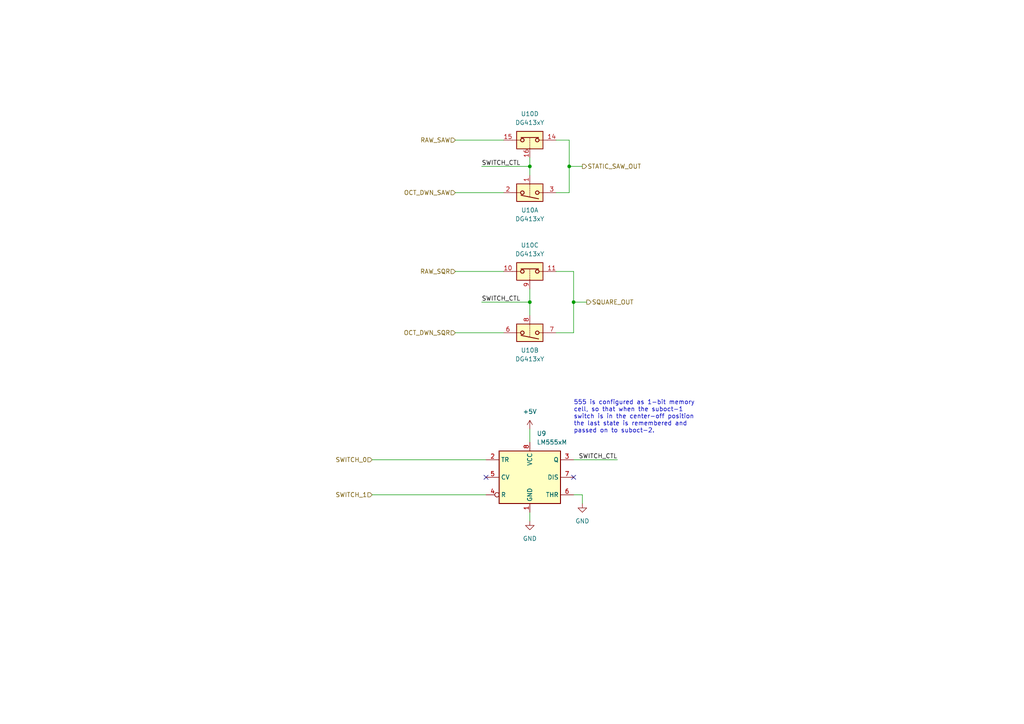
<source format=kicad_sch>
(kicad_sch (version 20211123) (generator eeschema)
  (paper "A4")
  (title_block (title "Josh Ox Ribon Synth Main VCO board") (date "2022-07-07") (rev "0.1") (comment 2 "creativecommons.org/licences/by/4.0") (comment 3 "license: CC by 4.0") (comment 4 "Author: Jordan Acete"))
  (lib_symbols
    (symbol "Analog_Switch:DG413xY" (pin_names (offset 0.254))
      (property "Reference" "U" (at -3.175 5.334 0))
      (property "Value" "DG413xY" (at -3.175 3.556 0))
      (symbol "DG413xY_1_1"
        (rectangle (start -3.81 2.54) (end 3.81 -2.54) (stroke (width 0.254)) (fill (type background)))
        (circle (center -2.159 0) (radius 0.508) (stroke (width 0.254)))
        (polyline (pts (xy -5.08 0) (xy -2.794 0)))
        (polyline (pts (xy -2.54 0.762) (xy 2.54 1.778)) (stroke (width 0.254)))
        (polyline (pts (xy 0 -2.54) (xy 0 -2.032)))
        (polyline (pts (xy 0 -1.778) (xy 0 -1.524)))
        (polyline (pts (xy 0 -1.27) (xy 0 -1.016)))
        (polyline (pts (xy 0 -0.762) (xy 0 -0.508)))
        (polyline (pts (xy 0 -0.254) (xy 0 0)))
        (polyline (pts (xy 0 0.254) (xy 0 0.508)))
        (polyline (pts (xy 0 0.762) (xy 0 1.016)))
        (polyline (pts (xy 5.08 0) (xy 2.794 0)))
        (circle (center 2.159 0) (radius 0.508) (stroke (width 0.254)))
        (pin input line (at 0 -5.08 90) (length 2.54) (name "~") (number "1"))
        (pin passive line (at -7.62 0 0) (length 2.54) (name "~") (number "2"))
        (pin passive line (at 7.62 0 180) (length 2.54) (name "~") (number "3"))
      )
      (symbol "DG413xY_2_1"
        (rectangle (start -3.81 2.54) (end 3.81 -2.54) (stroke (width 0.254)) (fill (type background)))
        (circle (center -2.159 0) (radius 0.508) (stroke (width 0.254)))
        (polyline (pts (xy -5.08 0) (xy -2.794 0)))
        (polyline (pts (xy -2.54 0.762) (xy 2.54 1.778)) (stroke (width 0.254)))
        (polyline (pts (xy 0 -2.54) (xy 0 -2.032)))
        (polyline (pts (xy 0 -1.778) (xy 0 -1.524)))
        (polyline (pts (xy 0 -1.27) (xy 0 -1.016)))
        (polyline (pts (xy 0 -0.762) (xy 0 -0.508)))
        (polyline (pts (xy 0 -0.254) (xy 0 0)))
        (polyline (pts (xy 0 0.254) (xy 0 0.508)))
        (polyline (pts (xy 0 0.762) (xy 0 1.016)))
        (polyline (pts (xy 5.08 0) (xy 2.794 0)))
        (circle (center 2.159 0) (radius 0.508) (stroke (width 0.254)))
        (pin passive line (at -7.62 0 0) (length 2.54) (name "~") (number "6"))
        (pin passive line (at 7.62 0 180) (length 2.54) (name "~") (number "7"))
        (pin input line (at 0 -5.08 90) (length 2.54) (name "~") (number "8"))
      )
      (symbol "DG413xY_3_1"
        (rectangle (start -3.81 2.54) (end 3.81 -2.54) (stroke (width 0.254)) (fill (type background)))
        (circle (center -2.159 0) (radius 0.508) (stroke (width 0.254)))
        (polyline (pts (xy -5.08 0) (xy -2.794 0)))
        (polyline (pts (xy -2.54 0.762) (xy 2.54 0.762)) (stroke (width 0.254)))
        (polyline (pts (xy 0 -2.54) (xy 0 -2.032)))
        (polyline (pts (xy 0 -1.778) (xy 0 -1.524)))
        (polyline (pts (xy 0 -1.27) (xy 0 -1.016)))
        (polyline (pts (xy 0 -0.762) (xy 0 -0.508)))
        (polyline (pts (xy 0 -0.254) (xy 0 0)))
        (polyline (pts (xy 0 0.254) (xy 0 0.508)))
        (polyline (pts (xy 5.08 0) (xy 2.794 0)))
        (circle (center 2.159 0) (radius 0.508) (stroke (width 0.254)))
        (pin passive line (at -7.62 0 0) (length 2.54) (name "~") (number "10"))
        (pin passive line (at 7.62 0 180) (length 2.54) (name "~") (number "11"))
        (pin input line (at 0 -5.08 90) (length 2.54) (name "~") (number "9"))
      )
      (symbol "DG413xY_4_1"
        (rectangle (start -3.81 2.54) (end 3.81 -2.54) (stroke (width 0.254)) (fill (type background)))
        (circle (center -2.159 0) (radius 0.508) (stroke (width 0.254)))
        (polyline (pts (xy -5.08 0) (xy -2.794 0)))
        (polyline (pts (xy -2.54 0.762) (xy 2.54 0.762)) (stroke (width 0.254)))
        (polyline (pts (xy 0 -2.54) (xy 0 -2.032)))
        (polyline (pts (xy 0 -1.778) (xy 0 -1.524)))
        (polyline (pts (xy 0 -1.27) (xy 0 -1.016)))
        (polyline (pts (xy 0 -0.762) (xy 0 -0.508)))
        (polyline (pts (xy 0 -0.254) (xy 0 0)))
        (polyline (pts (xy 0 0.254) (xy 0 0.508)))
        (polyline (pts (xy 5.08 0) (xy 2.794 0)))
        (circle (center 2.159 0) (radius 0.508) (stroke (width 0.254)))
        (pin passive line (at 7.62 0 180) (length 2.54) (name "~") (number "14"))
        (pin passive line (at -7.62 0 0) (length 2.54) (name "~") (number "15"))
        (pin input line (at 0 -5.08 90) (length 2.54) (name "~") (number "16"))
      )
      (symbol "DG413xY_5_0"
        (pin power_in line (at 2.54 12.7 270) (length 2.54) (name "VL") (number "12"))
        (pin power_in line (at 0 12.7 270) (length 2.54) (name "V+") (number "13"))
        (pin power_in line (at 2.54 -12.7 90) (length 2.54) (name "V-") (number "4"))
        (pin power_in line (at 0 -12.7 90) (length 2.54) (name "GND") (number "5"))
      )
      (symbol "DG413xY_5_1"
        (rectangle (start -3.81 10.16) (end 6.35 -10.16) (stroke (width 0.254)) (fill (type background)))
      )
    )
    (symbol "Timer:LM555xM"
      (property "Reference" "U" (at -10.16 8.89 0))
      (property "Value" "LM555xM" (at 2.54 8.89 0))
      (symbol "LM555xM_0_0"
        (pin power_in line (at 0 -10.16 90) (length 2.54) (name "GND") (number "1"))
        (pin power_in line (at 0 10.16 270) (length 2.54) (name "VCC") (number "8"))
      )
      (symbol "LM555xM_0_1"
        (rectangle (start -8.89 -7.62) (end 8.89 7.62) (stroke (width 0.254)) (fill (type background)))
        (rectangle (start -8.89 -7.62) (end 8.89 7.62) (stroke (width 0.254)) (fill (type background)))
      )
      (symbol "LM555xM_1_1"
        (pin input line (at -12.7 5.08 0) (length 3.81) (name "TR") (number "2"))
        (pin output line (at 12.7 5.08 180) (length 3.81) (name "Q") (number "3"))
        (pin input inverted (at -12.7 -5.08 0) (length 3.81) (name "R") (number "4"))
        (pin input line (at -12.7 0 0) (length 3.81) (name "CV") (number "5"))
        (pin input line (at 12.7 -5.08 180) (length 3.81) (name "THR") (number "6"))
        (pin input line (at 12.7 0 180) (length 3.81) (name "DIS") (number "7"))
      )
    )
    (symbol "power:+5V" (power) (pin_names (offset 0))
      (property "Value" "+5V" (at 0 3.556 0))
      (symbol "+5V_0_1"
        (polyline (pts (xy -0.762 1.27) (xy 0 2.54)))
        (polyline (pts (xy 0 0) (xy 0 2.54)))
        (polyline (pts (xy 0 2.54) (xy 0.762 1.27)))
      )
      (symbol "+5V_1_1"
        (pin power_in line (at 0 0 90) (length 0) hide (name "+5V") (number "1"))
      )
    )
    (symbol "power:GND" (power) (pin_names (offset 0))
      (property "Value" "GND" (at 0 -3.81 0))
      (symbol "GND_0_1"
        (polyline (pts (xy 0 0) (xy 0 -1.27) (xy 1.27 -1.27) (xy 0 -2.54) (xy -1.27 -1.27) (xy 0 -1.27)))
      )
      (symbol "GND_1_1"
        (pin power_in line (at 0 0 270) (length 0) hide (name "GND") (number "1"))
      )
    )
  )
  (junction (at 166.37 87.63))
  (junction (at 153.67 48.26))
  (junction (at 165.1 48.26))
  (junction (at 153.67 87.63))
  (no_connect (at 166.37 138.43))
  (no_connect (at 140.97 138.43))
  (wire (pts (xy 139.7 87.63) (xy 153.67 87.63)))
  (wire (pts (xy 166.37 96.52) (xy 166.37 87.63)))
  (wire (pts (xy 107.95 143.51) (xy 140.97 143.51)))
  (wire (pts (xy 168.91 48.26) (xy 165.1 48.26)))
  (wire (pts (xy 132.08 40.64) (xy 146.05 40.64)))
  (wire (pts (xy 153.67 124.46) (xy 153.67 128.27)))
  (wire (pts (xy 161.29 55.88) (xy 165.1 55.88)))
  (wire (pts (xy 132.08 78.74) (xy 146.05 78.74)))
  (wire (pts (xy 168.91 143.51) (xy 168.91 146.05)))
  (wire (pts (xy 153.67 83.82) (xy 153.67 87.63)))
  (wire (pts (xy 153.67 45.72) (xy 153.67 48.26)))
  (wire (pts (xy 165.1 40.64) (xy 161.29 40.64)))
  (wire (pts (xy 132.08 55.88) (xy 146.05 55.88)))
  (wire (pts (xy 139.7 48.26) (xy 153.67 48.26)))
  (wire (pts (xy 153.67 48.26) (xy 153.67 50.8)))
  (wire (pts (xy 107.95 133.35) (xy 140.97 133.35)))
  (wire (pts (xy 165.1 48.26) (xy 165.1 40.64)))
  (wire (pts (xy 165.1 55.88) (xy 165.1 48.26)))
  (wire (pts (xy 166.37 87.63) (xy 166.37 78.74)))
  (wire (pts (xy 153.67 87.63) (xy 153.67 91.44)))
  (wire (pts (xy 166.37 87.63) (xy 170.18 87.63)))
  (wire (pts (xy 166.37 133.35) (xy 179.07 133.35)))
  (wire (pts (xy 153.67 148.59) (xy 153.67 151.13)))
  (wire (pts (xy 166.37 143.51) (xy 168.91 143.51)))
  (wire (pts (xy 166.37 78.74) (xy 161.29 78.74)))
  (wire (pts (xy 161.29 96.52) (xy 166.37 96.52)))
  (wire (pts (xy 146.05 96.52) (xy 132.08 96.52)))
  (text "555 is configured as 1-bit memory \ncell, so that when the suboct-1 \nswitch is in the center-off position\nthe last state is remembered and \npassed on to suboct-2." (at 166.37 125.73 0) (effects (font (size 1.27 1.27)) (justify left bottom)))
  (label "SWITCH_CTL" (at 139.7 87.63 0))
  (label "SWITCH_CTL" (at 139.7 48.26 0))
  (label "SWITCH_CTL" (at 179.07 133.35 180))
  (hierarchical_label "OCT_DWN_SQR" (shape input) (at 132.08 96.52 180))
  (hierarchical_label "STATIC_SAW_OUT" (shape output) (at 168.91 48.26 0))
  (hierarchical_label "SWITCH_1" (shape input) (at 107.95 143.51 180))
  (hierarchical_label "SWITCH_0" (shape input) (at 107.95 133.35 180))
  (hierarchical_label "RAW_SQR" (shape input) (at 132.08 78.74 180))
  (hierarchical_label "OCT_DWN_SAW" (shape input) (at 132.08 55.88 180))
  (hierarchical_label "RAW_SAW" (shape input) (at 132.08 40.64 180))
  (hierarchical_label "SQUARE_OUT" (shape output) (at 170.18 87.63 0))
  (symbol (lib_id "power:+5V") (at 153.67 124.46 0) (unit 1)
    (property "Reference" "#PWR01302" (effects hide))
    (property "Value" "+5V" (at 153.67 119.38 0))
  )
  (symbol (lib_id "Analog_Switch:DG413xY") (at 153.67 96.52 0) (mirror x) (unit 2)
    (property "Reference" "U10" (at 153.67 101.6 0))
    (property "Value" "DG413xY" (at 153.67 104.14 0))
    (property "Footprint" "Package_SO:SOIC-16_3.9x9.9mm_P1.27mm" (effects hide))
    (property "Datasheet" "https://datasheets.maximintegrated.com/en/ds/DG411-DG413.pdf" (effects hide))
  )
  (symbol (lib_id "Analog_Switch:DG413xY") (at 153.67 40.64 0) (unit 4)
    (property "Reference" "U10" (at 153.67 33.02 0))
    (property "Value" "DG413xY" (at 153.67 35.56 0))
    (property "Footprint" "Package_SO:SOIC-16_3.9x9.9mm_P1.27mm" (effects hide))
    (property "Datasheet" "https://datasheets.maximintegrated.com/en/ds/DG411-DG413.pdf" (effects hide))
  )
  (symbol (lib_id "Analog_Switch:DG413xY") (at 153.67 55.88 0) (mirror x) (unit 1)
    (property "Reference" "U10" (at 153.67 60.96 0))
    (property "Value" "DG413xY" (at 153.67 63.5 0))
    (property "Footprint" "Package_SO:SOIC-16_3.9x9.9mm_P1.27mm" (effects hide))
    (property "Datasheet" "https://datasheets.maximintegrated.com/en/ds/DG411-DG413.pdf" (effects hide))
  )
  (symbol (lib_id "Analog_Switch:DG413xY") (at 153.67 78.74 0) (unit 3)
    (property "Reference" "U10" (at 153.67 71.12 0))
    (property "Value" "DG413xY" (at 153.67 73.66 0))
    (property "Footprint" "Package_SO:SOIC-16_3.9x9.9mm_P1.27mm" (effects hide))
    (property "Datasheet" "https://datasheets.maximintegrated.com/en/ds/DG411-DG413.pdf" (effects hide))
  )
  (symbol (lib_id "power:GND") (at 168.91 146.05 0) (unit 1)
    (property "Reference" "#PWR01304" (effects hide))
    (property "Value" "GND" (at 168.91 151.13 0))
  )
  (symbol (lib_id "Timer:LM555xM") (at 153.67 138.43 0) (unit 1)
    (property "Reference" "U9" (at 155.6894 125.73 0) (effects (justify left)))
    (property "Value" "LM555xM" (at 155.6894 128.27 0) (effects (justify left)))
    (property "Footprint" "Package_SO:SOIC-8_3.9x4.9mm_P1.27mm" (effects hide))
    (property "Datasheet" "http://www.ti.com/lit/ds/symlink/lm555.pdf" (effects hide))
  )
  (symbol (lib_id "power:GND") (at 153.67 151.13 0) (unit 1)
    (property "Reference" "#PWR01303" (effects hide))
    (property "Value" "GND" (at 153.67 156.21 0))
  )
)
</source>
